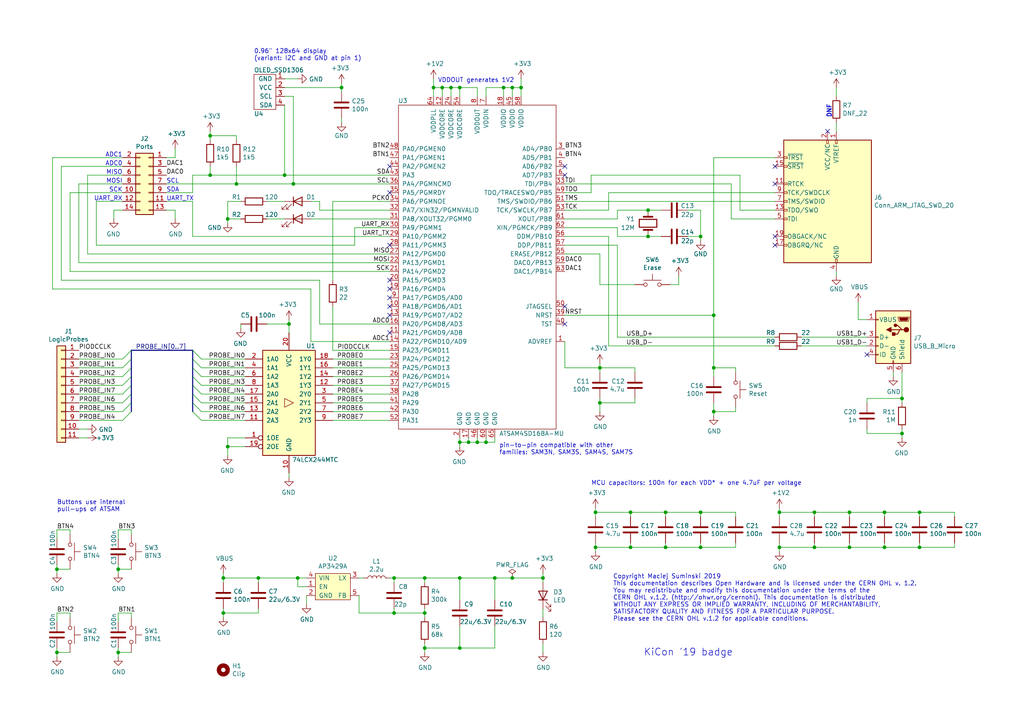
<source format=kicad_sch>
(kicad_sch (version 20230121) (generator eeschema)
  (paper "A4")
  (junction (at 256.54 148.59))
  (junction (at 125.73 25.4))
  (junction (at 128.27 25.4))
  (junction (at 133.35 187.96))
  (junction (at 68.58 53.34))
  (junction (at 85.09 53.34))
  (junction (at 172.72 148.59))
  (junction (at 261.62 125.73))
  (junction (at 148.59 25.4))
  (junction (at 16.51 189.23))
  (junction (at 173.99 106.68))
  (junction (at 123.19 187.96))
  (junction (at 133.35 128.27))
  (junction (at 82.55 50.8))
  (junction (at 226.06 148.59))
  (junction (at 203.2 158.75))
  (junction (at 135.89 128.27))
  (junction (at 187.96 60.96))
  (junction (at 83.82 93.98))
  (junction (at 138.43 128.27))
  (junction (at 123.19 177.8))
  (junction (at 203.2 148.59))
  (junction (at 66.04 63.5))
  (junction (at 261.62 115.57))
  (junction (at 34.29 165.1))
  (junction (at 64.77 167.64))
  (junction (at 266.7 158.75))
  (junction (at 60.96 39.37))
  (junction (at 187.96 68.58))
  (junction (at 60.96 50.8))
  (junction (at 236.22 148.59))
  (junction (at 34.29 189.23))
  (junction (at 246.38 158.75))
  (junction (at 266.7 148.59))
  (junction (at 74.93 167.64))
  (junction (at 226.06 158.75))
  (junction (at 172.72 158.75))
  (junction (at 246.38 148.59))
  (junction (at 203.2 68.58))
  (junction (at 140.97 128.27))
  (junction (at 207.01 91.44))
  (junction (at 256.54 158.75))
  (junction (at 151.13 25.4))
  (junction (at 66.04 129.54))
  (junction (at 123.19 167.64))
  (junction (at 130.81 25.4))
  (junction (at 236.22 158.75))
  (junction (at 64.77 177.8))
  (junction (at 157.48 167.64))
  (junction (at 182.88 148.59))
  (junction (at 114.3 167.64))
  (junction (at 133.35 167.64))
  (junction (at 148.59 167.64))
  (junction (at 182.88 158.75))
  (junction (at 193.04 148.59))
  (junction (at 207.01 106.68))
  (junction (at 114.3 177.8))
  (junction (at 146.05 25.4))
  (junction (at 173.99 116.84))
  (junction (at 207.01 119.38))
  (junction (at 86.36 167.64))
  (junction (at 133.35 25.4))
  (junction (at 193.04 158.75))
  (junction (at 99.06 25.4))
  (junction (at 143.51 167.64))
  (junction (at 16.51 165.1))
  (no_connect (at 113.03 86.36))
  (no_connect (at 163.83 50.8))
  (no_connect (at 113.03 81.28))
  (no_connect (at 224.79 68.58))
  (no_connect (at 224.79 53.34))
  (no_connect (at 113.03 48.26))
  (no_connect (at 113.03 88.9))
  (no_connect (at 113.03 91.44))
  (no_connect (at 113.03 71.12))
  (no_connect (at 163.83 93.98))
  (no_connect (at 113.03 83.82))
  (no_connect (at 113.03 96.52))
  (no_connect (at 240.03 38.1))
  (no_connect (at 163.83 88.9))
  (no_connect (at 113.03 55.88))
  (no_connect (at 163.83 48.26))
  (no_connect (at 224.79 48.26))
  (no_connect (at 251.46 102.87))
  (no_connect (at 224.79 71.12))
  (bus_entry (at 58.42 111.76) (size -2.54 -2.54))
  (bus_entry (at 35.56 106.68) (size 2.54 -2.54))
  (bus_entry (at 58.42 114.3) (size -2.54 -2.54))
  (bus_entry (at 35.56 111.76) (size 2.54 -2.54))
  (bus_entry (at 58.42 116.84) (size -2.54 -2.54))
  (bus_entry (at 35.56 121.92) (size 2.54 -2.54))
  (bus_entry (at 35.56 109.22) (size 2.54 -2.54))
  (bus_entry (at 35.56 104.14) (size 2.54 -2.54))
  (bus_entry (at 58.42 109.22) (size -2.54 -2.54))
  (bus_entry (at 58.42 104.14) (size -2.54 -2.54))
  (bus_entry (at 58.42 119.38) (size -2.54 -2.54))
  (bus_entry (at 35.56 116.84) (size 2.54 -2.54))
  (bus_entry (at 58.42 121.92) (size -2.54 -2.54))
  (bus_entry (at 35.56 114.3) (size 2.54 -2.54))
  (bus_entry (at 58.42 106.68) (size -2.54 -2.54))
  (bus_entry (at 35.56 119.38) (size 2.54 -2.54))
  (wire (pts (xy 83.82 92.71) (xy 83.82 93.98)))
  (wire (pts (xy 16.51 190.5) (xy 16.51 189.23)))
  (wire (pts (xy 248.92 87.63) (xy 248.92 92.71)))
  (wire (pts (xy 90.17 83.82) (xy 15.24 83.82)))
  (wire (pts (xy 90.17 99.06) (xy 90.17 83.82)))
  (wire (pts (xy 96.52 58.42) (xy 96.52 81.28)))
  (wire (pts (xy 182.88 157.48) (xy 182.88 158.75)))
  (wire (pts (xy 133.35 127) (xy 133.35 128.27)))
  (wire (pts (xy 173.99 115.57) (xy 173.99 116.84)))
  (wire (pts (xy 50.8 60.96) (xy 50.8 63.5)))
  (wire (pts (xy 77.47 93.98) (xy 83.82 93.98)))
  (wire (pts (xy 138.43 127) (xy 138.43 128.27)))
  (wire (pts (xy 172.72 147.32) (xy 172.72 148.59)))
  (wire (pts (xy 213.36 106.68) (xy 213.36 107.95)))
  (wire (pts (xy 22.86 109.22) (xy 35.56 109.22)))
  (wire (pts (xy 184.15 106.68) (xy 173.99 106.68)))
  (wire (pts (xy 15.24 83.82) (xy 15.24 45.72)))
  (wire (pts (xy 113.03 167.64) (xy 114.3 167.64)))
  (wire (pts (xy 146.05 25.4) (xy 146.05 27.94)))
  (wire (pts (xy 58.42 116.84) (xy 71.12 116.84)))
  (wire (pts (xy 88.9 170.18) (xy 86.36 170.18)))
  (wire (pts (xy 179.07 66.04) (xy 179.07 68.58)))
  (wire (pts (xy 256.54 148.59) (xy 266.7 148.59)))
  (wire (pts (xy 50.8 43.18) (xy 50.8 45.72)))
  (wire (pts (xy 123.19 187.96) (xy 133.35 187.96)))
  (wire (pts (xy 48.26 60.96) (xy 50.8 60.96)))
  (wire (pts (xy 86.36 22.86) (xy 82.55 22.86)))
  (wire (pts (xy 113.03 63.5) (xy 90.17 63.5)))
  (wire (pts (xy 203.2 148.59) (xy 203.2 149.86)))
  (wire (pts (xy 184.15 107.95) (xy 184.15 106.68)))
  (wire (pts (xy 148.59 25.4) (xy 148.59 27.94)))
  (wire (pts (xy 85.09 53.34) (xy 113.03 53.34)))
  (wire (pts (xy 34.29 166.37) (xy 34.29 165.1)))
  (wire (pts (xy 182.88 148.59) (xy 193.04 148.59)))
  (wire (pts (xy 246.38 157.48) (xy 246.38 158.75)))
  (wire (pts (xy 199.39 60.96) (xy 203.2 60.96)))
  (wire (pts (xy 133.35 27.94) (xy 133.35 25.4)))
  (wire (pts (xy 242.57 80.01) (xy 242.57 78.74)))
  (wire (pts (xy 203.2 148.59) (xy 213.36 148.59)))
  (wire (pts (xy 176.53 68.58) (xy 176.53 100.33)))
  (wire (pts (xy 20.32 153.67) (xy 20.32 154.94)))
  (wire (pts (xy 226.06 147.32) (xy 226.06 148.59)))
  (wire (pts (xy 96.52 114.3) (xy 113.03 114.3)))
  (wire (pts (xy 74.93 176.53) (xy 74.93 177.8)))
  (wire (pts (xy 213.36 158.75) (xy 203.2 158.75)))
  (wire (pts (xy 20.32 189.23) (xy 16.51 189.23)))
  (wire (pts (xy 123.19 187.96) (xy 123.19 189.23)))
  (wire (pts (xy 99.06 25.4) (xy 99.06 26.67)))
  (wire (pts (xy 199.39 68.58) (xy 203.2 68.58)))
  (wire (pts (xy 157.48 167.64) (xy 157.48 168.91)))
  (wire (pts (xy 226.06 148.59) (xy 236.22 148.59)))
  (wire (pts (xy 17.78 48.26) (xy 35.56 48.26)))
  (wire (pts (xy 151.13 25.4) (xy 151.13 27.94)))
  (wire (pts (xy 92.71 58.42) (xy 92.71 60.96)))
  (wire (pts (xy 232.41 97.79) (xy 251.46 97.79)))
  (wire (pts (xy 128.27 25.4) (xy 128.27 27.94)))
  (wire (pts (xy 179.07 63.5) (xy 179.07 60.96)))
  (wire (pts (xy 125.73 27.94) (xy 125.73 25.4)))
  (wire (pts (xy 203.2 60.96) (xy 203.2 68.58)))
  (wire (pts (xy 173.99 105.41) (xy 173.99 106.68)))
  (wire (pts (xy 173.99 106.68) (xy 173.99 107.95)))
  (wire (pts (xy 171.45 50.8) (xy 214.63 50.8)))
  (wire (pts (xy 27.94 58.42) (xy 35.56 58.42)))
  (wire (pts (xy 58.42 121.92) (xy 71.12 121.92)))
  (wire (pts (xy 96.52 111.76) (xy 113.03 111.76)))
  (wire (pts (xy 85.09 27.94) (xy 85.09 53.34)))
  (wire (pts (xy 71.12 114.3) (xy 58.42 114.3)))
  (wire (pts (xy 96.52 109.22) (xy 113.03 109.22)))
  (wire (pts (xy 163.83 53.34) (xy 212.09 53.34)))
  (wire (pts (xy 96.52 104.14) (xy 113.03 104.14)))
  (wire (pts (xy 99.06 34.29) (xy 99.06 35.56)))
  (wire (pts (xy 171.45 55.88) (xy 171.45 50.8)))
  (wire (pts (xy 86.36 167.64) (xy 88.9 167.64)))
  (wire (pts (xy 207.01 120.65) (xy 207.01 119.38)))
  (wire (pts (xy 16.51 165.1) (xy 20.32 165.1)))
  (bus (pts (xy 55.88 111.76) (xy 55.88 114.3)))
  (wire (pts (xy 69.85 63.5) (xy 66.04 63.5)))
  (wire (pts (xy 213.36 106.68) (xy 207.01 106.68)))
  (wire (pts (xy 226.06 157.48) (xy 226.06 158.75)))
  (wire (pts (xy 179.07 71.12) (xy 179.07 97.79)))
  (wire (pts (xy 133.35 187.96) (xy 143.51 187.96)))
  (wire (pts (xy 212.09 63.5) (xy 224.79 63.5)))
  (wire (pts (xy 16.51 156.21) (xy 16.51 153.67)))
  (wire (pts (xy 96.52 119.38) (xy 113.03 119.38)))
  (wire (pts (xy 74.93 168.91) (xy 74.93 167.64)))
  (wire (pts (xy 143.51 173.99) (xy 143.51 167.64)))
  (wire (pts (xy 246.38 148.59) (xy 246.38 149.86)))
  (wire (pts (xy 22.86 104.14) (xy 35.56 104.14)))
  (wire (pts (xy 179.07 97.79) (xy 224.79 97.79)))
  (wire (pts (xy 236.22 158.75) (xy 226.06 158.75)))
  (wire (pts (xy 148.59 25.4) (xy 151.13 25.4)))
  (wire (pts (xy 58.42 106.68) (xy 71.12 106.68)))
  (wire (pts (xy 22.86 53.34) (xy 35.56 53.34)))
  (wire (pts (xy 163.83 63.5) (xy 179.07 63.5)))
  (wire (pts (xy 38.1 177.8) (xy 38.1 179.07)))
  (wire (pts (xy 38.1 153.67) (xy 34.29 153.67)))
  (bus (pts (xy 38.1 101.6) (xy 55.88 101.6)))
  (wire (pts (xy 191.77 68.58) (xy 187.96 68.58)))
  (wire (pts (xy 34.29 165.1) (xy 38.1 165.1)))
  (wire (pts (xy 196.85 80.01) (xy 196.85 82.55)))
  (wire (pts (xy 133.35 167.64) (xy 123.19 167.64)))
  (wire (pts (xy 143.51 187.96) (xy 143.51 181.61)))
  (wire (pts (xy 20.32 177.8) (xy 20.32 179.07)))
  (wire (pts (xy 173.99 73.66) (xy 163.83 73.66)))
  (wire (pts (xy 74.93 177.8) (xy 64.77 177.8)))
  (wire (pts (xy 157.48 166.37) (xy 157.48 167.64)))
  (wire (pts (xy 105.41 167.64) (xy 104.14 167.64)))
  (wire (pts (xy 213.36 157.48) (xy 213.36 158.75)))
  (bus (pts (xy 38.1 101.6) (xy 38.1 104.14)))
  (wire (pts (xy 135.89 127) (xy 135.89 128.27)))
  (wire (pts (xy 157.48 176.53) (xy 157.48 179.07)))
  (wire (pts (xy 114.3 177.8) (xy 104.14 177.8)))
  (wire (pts (xy 96.52 106.68) (xy 113.03 106.68)))
  (wire (pts (xy 133.35 128.27) (xy 135.89 128.27)))
  (wire (pts (xy 113.03 50.8) (xy 82.55 50.8)))
  (wire (pts (xy 276.86 157.48) (xy 276.86 158.75)))
  (wire (pts (xy 140.97 127) (xy 140.97 128.27)))
  (wire (pts (xy 172.72 160.02) (xy 172.72 158.75)))
  (wire (pts (xy 102.87 66.04) (xy 102.87 71.12)))
  (wire (pts (xy 82.55 27.94) (xy 85.09 27.94)))
  (wire (pts (xy 163.83 91.44) (xy 207.01 91.44)))
  (wire (pts (xy 16.51 166.37) (xy 16.51 165.1)))
  (wire (pts (xy 266.7 148.59) (xy 276.86 148.59)))
  (wire (pts (xy 246.38 158.75) (xy 236.22 158.75)))
  (wire (pts (xy 259.08 107.95) (xy 259.08 109.22)))
  (wire (pts (xy 256.54 158.75) (xy 246.38 158.75)))
  (wire (pts (xy 226.06 149.86) (xy 226.06 148.59)))
  (wire (pts (xy 99.06 24.13) (xy 99.06 25.4)))
  (wire (pts (xy 20.32 153.67) (xy 16.51 153.67)))
  (wire (pts (xy 173.99 106.68) (xy 163.83 106.68)))
  (wire (pts (xy 114.3 176.53) (xy 114.3 177.8)))
  (wire (pts (xy 143.51 167.64) (xy 148.59 167.64)))
  (wire (pts (xy 172.72 149.86) (xy 172.72 148.59)))
  (wire (pts (xy 130.81 25.4) (xy 130.81 27.94)))
  (wire (pts (xy 125.73 25.4) (xy 128.27 25.4)))
  (wire (pts (xy 114.3 167.64) (xy 123.19 167.64)))
  (wire (pts (xy 25.4 50.8) (xy 25.4 73.66)))
  (wire (pts (xy 207.01 106.68) (xy 207.01 91.44)))
  (wire (pts (xy 163.83 68.58) (xy 176.53 68.58)))
  (wire (pts (xy 203.2 157.48) (xy 203.2 158.75)))
  (wire (pts (xy 96.52 58.42) (xy 113.03 58.42)))
  (wire (pts (xy 163.83 71.12) (xy 179.07 71.12)))
  (wire (pts (xy 261.62 127) (xy 261.62 125.73)))
  (wire (pts (xy 50.8 45.72) (xy 48.26 45.72)))
  (wire (pts (xy 182.88 158.75) (xy 172.72 158.75)))
  (bus (pts (xy 38.1 104.14) (xy 38.1 106.68)))
  (wire (pts (xy 66.04 129.54) (xy 66.04 132.08)))
  (wire (pts (xy 251.46 125.73) (xy 251.46 124.46)))
  (wire (pts (xy 213.36 148.59) (xy 213.36 149.86)))
  (wire (pts (xy 133.35 173.99) (xy 133.35 167.64)))
  (wire (pts (xy 25.4 127) (xy 22.86 127)))
  (wire (pts (xy 64.77 177.8) (xy 64.77 176.53)))
  (wire (pts (xy 55.88 50.8) (xy 60.96 50.8)))
  (wire (pts (xy 16.51 165.1) (xy 16.51 163.83)))
  (wire (pts (xy 184.15 82.55) (xy 173.99 82.55)))
  (wire (pts (xy 48.26 55.88) (xy 55.88 55.88)))
  (wire (pts (xy 60.96 39.37) (xy 60.96 40.64)))
  (wire (pts (xy 157.48 186.69) (xy 157.48 189.23)))
  (wire (pts (xy 96.52 121.92) (xy 113.03 121.92)))
  (bus (pts (xy 38.1 114.3) (xy 38.1 116.84)))
  (wire (pts (xy 113.03 93.98) (xy 92.71 93.98)))
  (wire (pts (xy 60.96 38.1) (xy 60.96 39.37)))
  (wire (pts (xy 213.36 119.38) (xy 207.01 119.38)))
  (wire (pts (xy 35.56 60.96) (xy 33.02 60.96)))
  (wire (pts (xy 242.57 25.4) (xy 242.57 27.94)))
  (wire (pts (xy 86.36 170.18) (xy 86.36 167.64)))
  (wire (pts (xy 33.02 60.96) (xy 33.02 63.5)))
  (wire (pts (xy 207.01 116.84) (xy 207.01 119.38)))
  (wire (pts (xy 232.41 100.33) (xy 251.46 100.33)))
  (wire (pts (xy 22.86 119.38) (xy 35.56 119.38)))
  (wire (pts (xy 163.83 55.88) (xy 171.45 55.88)))
  (wire (pts (xy 92.71 81.28) (xy 17.78 81.28)))
  (wire (pts (xy 71.12 104.14) (xy 58.42 104.14)))
  (wire (pts (xy 82.55 58.42) (xy 77.47 58.42)))
  (wire (pts (xy 22.86 114.3) (xy 35.56 114.3)))
  (wire (pts (xy 125.73 22.86) (xy 125.73 25.4)))
  (wire (pts (xy 35.56 121.92) (xy 22.86 121.92)))
  (wire (pts (xy 113.03 78.74) (xy 20.32 78.74)))
  (wire (pts (xy 193.04 148.59) (xy 203.2 148.59)))
  (wire (pts (xy 71.12 127) (xy 66.04 127)))
  (wire (pts (xy 66.04 58.42) (xy 66.04 63.5)))
  (wire (pts (xy 82.55 30.48) (xy 82.55 50.8)))
  (wire (pts (xy 60.96 48.26) (xy 60.96 50.8)))
  (wire (pts (xy 25.4 124.46) (xy 22.86 124.46)))
  (wire (pts (xy 55.88 55.88) (xy 55.88 50.8)))
  (wire (pts (xy 34.29 156.21) (xy 34.29 153.67)))
  (wire (pts (xy 172.72 158.75) (xy 172.72 157.48)))
  (wire (pts (xy 246.38 148.59) (xy 256.54 148.59)))
  (wire (pts (xy 16.51 189.23) (xy 16.51 187.96)))
  (wire (pts (xy 17.78 81.28) (xy 17.78 48.26)))
  (wire (pts (xy 184.15 116.84) (xy 184.15 115.57)))
  (wire (pts (xy 82.55 25.4) (xy 99.06 25.4)))
  (wire (pts (xy 140.97 25.4) (xy 146.05 25.4)))
  (wire (pts (xy 113.03 66.04) (xy 102.87 66.04)))
  (wire (pts (xy 135.89 128.27) (xy 138.43 128.27)))
  (wire (pts (xy 203.2 158.75) (xy 193.04 158.75)))
  (wire (pts (xy 68.58 53.34) (xy 68.58 48.26)))
  (wire (pts (xy 96.52 116.84) (xy 113.03 116.84)))
  (wire (pts (xy 248.92 92.71) (xy 251.46 92.71)))
  (wire (pts (xy 69.85 58.42) (xy 66.04 58.42)))
  (wire (pts (xy 179.07 68.58) (xy 187.96 68.58)))
  (bus (pts (xy 55.88 101.6) (xy 55.88 104.14)))
  (wire (pts (xy 114.3 168.91) (xy 114.3 167.64)))
  (wire (pts (xy 143.51 167.64) (xy 133.35 167.64)))
  (wire (pts (xy 261.62 125.73) (xy 251.46 125.73)))
  (wire (pts (xy 68.58 40.64) (xy 68.58 39.37)))
  (wire (pts (xy 146.05 25.4) (xy 148.59 25.4)))
  (wire (pts (xy 83.82 137.16) (xy 83.82 138.43)))
  (wire (pts (xy 71.12 109.22) (xy 58.42 109.22)))
  (wire (pts (xy 143.51 127) (xy 143.51 128.27)))
  (wire (pts (xy 66.04 127) (xy 66.04 129.54)))
  (wire (pts (xy 68.58 39.37) (xy 60.96 39.37)))
  (bus (pts (xy 55.88 106.68) (xy 55.88 109.22)))
  (bus (pts (xy 55.88 114.3) (xy 55.88 116.84)))
  (wire (pts (xy 133.35 25.4) (xy 138.43 25.4)))
  (wire (pts (xy 261.62 107.95) (xy 261.62 115.57)))
  (wire (pts (xy 261.62 115.57) (xy 261.62 116.84)))
  (wire (pts (xy 34.29 177.8) (xy 34.29 180.34)))
  (wire (pts (xy 266.7 148.59) (xy 266.7 149.86)))
  (wire (pts (xy 69.85 93.98) (xy 69.85 95.25)))
  (bus (pts (xy 38.1 111.76) (xy 38.1 114.3)))
  (wire (pts (xy 236.22 157.48) (xy 236.22 158.75)))
  (wire (pts (xy 90.17 58.42) (xy 92.71 58.42)))
  (wire (pts (xy 64.77 167.64) (xy 64.77 168.91)))
  (wire (pts (xy 35.56 106.68) (xy 22.86 106.68)))
  (wire (pts (xy 173.99 119.38) (xy 173.99 116.84)))
  (wire (pts (xy 88.9 172.72) (xy 88.9 175.26)))
  (wire (pts (xy 113.03 101.6) (xy 96.52 101.6)))
  (bus (pts (xy 38.1 116.84) (xy 38.1 119.38)))
  (wire (pts (xy 163.83 60.96) (xy 176.53 60.96)))
  (wire (pts (xy 143.51 128.27) (xy 140.97 128.27)))
  (wire (pts (xy 20.32 177.8) (xy 16.51 177.8)))
  (wire (pts (xy 113.03 76.2) (xy 22.86 76.2)))
  (bus (pts (xy 38.1 106.68) (xy 38.1 109.22)))
  (wire (pts (xy 207.01 45.72) (xy 207.01 91.44)))
  (wire (pts (xy 92.71 93.98) (xy 92.71 81.28)))
  (wire (pts (xy 203.2 68.58) (xy 203.2 69.85)))
  (wire (pts (xy 128.27 25.4) (xy 130.81 25.4)))
  (wire (pts (xy 236.22 148.59) (xy 246.38 148.59)))
  (wire (pts (xy 102.87 71.12) (xy 27.94 71.12)))
  (wire (pts (xy 193.04 157.48) (xy 193.04 158.75)))
  (wire (pts (xy 71.12 129.54) (xy 66.04 129.54)))
  (wire (pts (xy 34.29 190.5) (xy 34.29 189.23)))
  (wire (pts (xy 35.56 116.84) (xy 22.86 116.84)))
  (wire (pts (xy 182.88 148.59) (xy 182.88 149.86)))
  (wire (pts (xy 35.56 111.76) (xy 22.86 111.76)))
  (wire (pts (xy 34.29 165.1) (xy 34.29 163.83)))
  (wire (pts (xy 212.09 53.34) (xy 212.09 63.5)))
  (bus (pts (xy 55.88 109.22) (xy 55.88 111.76)))
  (wire (pts (xy 113.03 99.06) (xy 90.17 99.06)))
  (wire (pts (xy 173.99 116.84) (xy 184.15 116.84)))
  (wire (pts (xy 15.24 45.72) (xy 35.56 45.72)))
  (wire (pts (xy 133.35 128.27) (xy 133.35 129.54)))
  (wire (pts (xy 242.57 35.56) (xy 242.57 38.1)))
  (wire (pts (xy 251.46 115.57) (xy 261.62 115.57)))
  (wire (pts (xy 163.83 66.04) (xy 179.07 66.04)))
  (wire (pts (xy 214.63 60.96) (xy 224.79 60.96)))
  (wire (pts (xy 64.77 166.37) (xy 64.77 167.64)))
  (wire (pts (xy 25.4 50.8) (xy 35.56 50.8)))
  (wire (pts (xy 20.32 55.88) (xy 35.56 55.88)))
  (wire (pts (xy 151.13 25.4) (xy 151.13 22.86)))
  (wire (pts (xy 138.43 25.4) (xy 138.43 27.94)))
  (wire (pts (xy 60.96 50.8) (xy 82.55 50.8)))
  (wire (pts (xy 276.86 158.75) (xy 266.7 158.75)))
  (wire (pts (xy 82.55 63.5) (xy 77.47 63.5)))
  (wire (pts (xy 92.71 60.96) (xy 113.03 60.96)))
  (wire (pts (xy 193.04 148.59) (xy 193.04 149.86)))
  (bus (pts (xy 55.88 116.84) (xy 55.88 119.38)))
  (wire (pts (xy 55.88 58.42) (xy 48.26 58.42)))
  (wire (pts (xy 176.53 60.96) (xy 176.53 55.88)))
  (wire (pts (xy 138.43 128.27) (xy 140.97 128.27)))
  (wire (pts (xy 226.06 160.02) (xy 226.06 158.75)))
  (wire (pts (xy 86.36 167.64) (xy 74.93 167.64)))
  (wire (pts (xy 38.1 153.67) (xy 38.1 154.94)))
  (wire (pts (xy 196.85 82.55) (xy 194.31 82.55)))
  (wire (pts (xy 191.77 60.96) (xy 187.96 60.96)))
  (wire (pts (xy 157.48 167.64) (xy 148.59 167.64)))
  (wire (pts (xy 213.36 119.38) (xy 213.36 118.11)))
  (wire (pts (xy 261.62 124.46) (xy 261.62 125.73)))
  (wire (pts (xy 163.83 58.42) (xy 224.79 58.42)))
  (wire (pts (xy 172.72 148.59) (xy 182.88 148.59)))
  (wire (pts (xy 276.86 148.59) (xy 276.86 149.86)))
  (wire (pts (xy 133.35 187.96) (xy 133.35 181.61)))
  (wire (pts (xy 38.1 177.8) (xy 34.29 177.8)))
  (wire (pts (xy 236.22 148.59) (xy 236.22 149.86)))
  (wire (pts (xy 20.32 78.74) (xy 20.32 55.88)))
  (wire (pts (xy 256.54 157.48) (xy 256.54 158.75)))
  (wire (pts (xy 64.77 179.07) (xy 64.77 177.8)))
  (wire (pts (xy 58.42 111.76) (xy 71.12 111.76)))
  (wire (pts (xy 104.14 177.8) (xy 104.14 172.72)))
  (wire (pts (xy 74.93 167.64) (xy 64.77 167.64)))
  (wire (pts (xy 68.58 53.34) (xy 48.26 53.34)))
  (wire (pts (xy 266.7 158.75) (xy 256.54 158.75)))
  (wire (pts (xy 123.19 179.07) (xy 123.19 177.8)))
  (wire (pts (xy 176.53 55.88) (xy 224.79 55.88)))
  (wire (pts (xy 123.19 177.8) (xy 123.19 176.53)))
  (wire (pts (xy 251.46 116.84) (xy 251.46 115.57)))
  (wire (pts (xy 27.94 71.12) (xy 27.94 58.42)))
  (wire (pts (xy 96.52 101.6) (xy 96.52 88.9)))
  (wire (pts (xy 266.7 157.48) (xy 266.7 158.75)))
  (wire (pts (xy 123.19 186.69) (xy 123.19 187.96)))
  (wire (pts (xy 130.81 25.4) (xy 133.35 25.4)))
  (wire (pts (xy 25.4 73.66) (xy 113.03 73.66)))
  (wire (pts (xy 85.09 53.34) (xy 68.58 53.34)))
  (wire (pts (xy 38.1 189.23) (xy 34.29 189.23)))
  (wire (pts (xy 179.07 60.96) (xy 187.96 60.96)))
  (wire (pts (xy 22.86 76.2) (xy 22.86 53.34)))
  (bus (pts (xy 38.1 109.22) (xy 38.1 111.76)))
  (wire (pts (xy 256.54 148.59) (xy 256.54 149.86)))
  (wire (pts (xy 34.29 189.23) (xy 34.29 187.96)))
  (wire (pts (xy 173.99 82.55) (xy 173.99 73.66)))
  (wire (pts (xy 71.12 119.38) (xy 58.42 119.38)))
  (wire (pts (xy 55.88 68.58) (xy 113.03 68.58)))
  (wire (pts (xy 16.51 180.34) (xy 16.51 177.8)))
  (wire (pts (xy 140.97 25.4) (xy 140.97 27.94)))
  (wire (pts (xy 224.79 45.72) (xy 207.01 45.72)))
  (wire (pts (xy 123.19 177.8) (xy 114.3 177.8)))
  (wire (pts (xy 83.82 93.98) (xy 83.82 96.52)))
  (wire (pts (xy 163.83 106.68) (xy 163.83 99.06)))
  (wire (pts (xy 176.53 100.33) (xy 224.79 100.33)))
  (wire (pts (xy 207.01 106.68) (xy 207.01 109.22)))
  (wire (pts (xy 55.88 68.58) (xy 55.88 58.42)))
  (wire (pts (xy 214.63 50.8) (xy 214.63 60.96)))
  (wire (pts (xy 193.04 158.75) (xy 182.88 158.75)))
  (wire (pts (xy 66.04 63.5) (xy 66.04 64.77)))
  (wire (pts (xy 123.19 167.64) (xy 123.19 168.91)))
  (bus (pts (xy 55.88 104.14) (xy 55.88 106.68)))
  (text "MISO" (at 35.56 50.8 0) (effects (font (size 1.27 1.27)) (justify right bottom)))
  (text "MOSI" (at 35.56 53.34 0) (effects (font (size 1.27 1.27)) (justify right bottom)))
  (text "SCK" (at 35.56 55.88 0) (effects (font (size 1.27 1.27)) (justify right bottom)))
  (text "MCU capacitors: 100n for each VDD* + one 4.7uF per voltage" (at 171.45 140.97 0) (effects (font (size 1.27 1.27)) (justify left bottom)))
  (text "VDDOUT generates 1V2" (at 127 24.13 0) (effects (font (size 1.27 1.27)) (justify left bottom)))
  (text "Buttons use internal\npull-ups of ATSAM" (at 16.51 148.59 0) (effects (font (size 1.27 1.27)) (justify left bottom)))
  (text "UART_RX" (at 35.56 58.42 0) (effects (font (size 1.27 1.27)) (justify right bottom)))
  (text "ADC0" (at 35.56 48.26 0) (effects (font (size 1.27 1.27)) (justify right bottom)))
  (text "pin-to-pin compatible with other\nfamilies: SAM3N, SAM3S, SAM4S, SAM7S" (at 144.78 132.08 0) (effects (font (size 1.27 1.27)) (justify left bottom)))
  (text "SDA" (at 48.26 55.88 0) (effects (font (size 1.27 1.27)) (justify left bottom)))
  (text "UART_TX" (at 48.26 58.42 0) (effects (font (size 1.27 1.27)) (justify left bottom)))
  (text "0.96\" 128x64 display\n(variant: I2C and GND at pin 1)" (at 73.66 17.78 0) (effects (font (size 1.27 1.27)) (justify left bottom)))
  (text "Copyright Maciej Suminski 2019\nThis documentation describes Open Hardware and is licensed under the CERN OHL v. 1.2.\nYou may redistribute and modify this documentation under the terms of the\nCERN OHL v.1.2. (http://ohwr.org/cernohl). This documentation is distributed\nWITHOUT ANY EXPRESS OR IMPLIED WARRANTY, INCLUDING OF MERCHANTABILITY,\nSATISFACTORY QUALITY AND FITNESS FOR A PARTICULAR PURPOSE.\nPlease see the CERN OHL v.1.2 for applicable conditions." (at 177.8 180.34 0) (effects (font (size 1.27 1.27)) (justify left bottom)))
  (text "SCL" (at 48.26 53.34 0) (effects (font (size 1.27 1.27)) (justify left bottom)))
  (text "ADC1" (at 35.56 45.72 0) (effects (font (size 1.27 1.27)) (justify right bottom)))
  (text "DNF" (at 241.3 34.29 90) (effects (font (size 1.27 1.27) (thickness 0.254) bold) (justify left bottom)))
  (text "KiCon '19 badge" (at 186.69 190.5 0) (effects (font (size 2.032 2.032)) (justify left bottom)))
  (label "PROBE1" (at 105.41 106.68 180))
  (label "PROBE_IN4" (at 71.12 114.3 180))
  (label "PROBE_IN3" (at 22.86 111.76 0))
  (label "PROBE7" (at 105.41 121.92 180))
  (label "PROBE_IN5" (at 71.12 116.84 180))
  (label "BTN2" (at 16.51 177.8 0))
  (label "PROBE_IN6" (at 22.86 116.84 0))
  (label "PROBE_IN2" (at 22.86 109.22 0))
  (label "BTN3" (at 34.29 153.67 0))
  (label "BTN4" (at 16.51 153.67 0))
  (label "BTN4" (at 163.83 45.72 0))
  (label "DAC0" (at 48.26 50.8 0))
  (label "SDA" (at 113.03 50.8 180))
  (label "DAC0" (at 163.83 76.2 0))
  (label "PROBE0" (at 105.41 104.14 180))
  (label "PROBE_IN1" (at 22.86 106.68 0))
  (label "PROBE6" (at 105.41 119.38 180))
  (label "MOSI" (at 113.03 76.2 180))
  (label "ADC1" (at 113.03 99.06 180))
  (label "PROBE_IN2" (at 71.12 109.22 180))
  (label "PROBE_IN4" (at 22.86 121.92 0))
  (label "PROBE3" (at 105.41 111.76 180))
  (label "USB1_D-" (at 242.57 100.33 0))
  (label "PCK0" (at 113.03 58.42 180))
  (label "PROBE_IN1" (at 71.12 106.68 180))
  (label "PROBE4" (at 105.41 114.3 180))
  (label "PROBE_IN7" (at 71.12 121.92 180))
  (label "PROBE_IN5" (at 22.86 119.38 0))
  (label "PROBE_IN0" (at 22.86 104.14 0))
  (label "UART_TX" (at 113.03 68.58 180))
  (label "DAC1" (at 163.83 78.74 0))
  (label "BTN1" (at 113.03 45.72 180))
  (label "BTN3" (at 163.83 43.18 0))
  (label "TCK" (at 163.83 60.96 0))
  (label "PROBE_IN7" (at 22.86 114.3 0))
  (label "UART_RX" (at 113.03 66.04 180))
  (label "PIODCCLK" (at 22.86 101.6 0))
  (label "NRST" (at 163.83 91.44 0))
  (label "TDI" (at 163.83 53.34 0))
  (label "ADC0" (at 113.03 93.98 180))
  (label "PROBE2" (at 105.41 109.22 180))
  (label "PROBE5" (at 105.41 116.84 180))
  (label "PROBE_IN[0..7]" (at 39.37 101.6 0))
  (label "USB_D-" (at 181.61 100.33 0))
  (label "DAC1" (at 48.26 48.26 0))
  (label "PROBE_IN6" (at 71.12 119.38 180))
  (label "USB_D+" (at 181.61 97.79 0))
  (label "BTN2" (at 113.03 43.18 180))
  (label "PROBE_IN0" (at 71.12 104.14 180))
  (label "USB1_D+" (at 242.57 97.79 0))
  (label "BTN1" (at 34.29 177.8 0))
  (label "PIODCCLK" (at 97.79 101.6 0))
  (label "SCL" (at 113.03 53.34 180))
  (label "TDO" (at 163.83 55.88 0))
  (label "PROBE_IN3" (at 71.12 111.76 180))
  (label "SCK" (at 113.03 78.74 180))
  (label "TMS" (at 163.83 58.42 0))
  (label "MISO" (at 113.03 73.66 180))
  (symbol (lib_id "kicon19-badge-rescue:USB_B_Micro-Connector") (at 259.08 97.79 0) (mirror y) (unit 1)
    (property "Reference" "J7" (at 264.922 98.0694 0) (effects (justify right)))
    (property "Value" "USB_B_Micro" (at 264.922 100.3808 0) (effects (justify right)))
    (property "Footprint" "kicon_badge:10118193-0001LF" (effects hide))
    (property "Distrib1" "Digi-Key" (effects hide))
    (property "Distrib1Part" "609-4616-1-ND" (effects hide))
    (property "Distrib1Price" "0.3275" (effects hide))
    (property "Distrib2" "Mouser" (effects hide))
    (property "Distrib2Part" "649-10118193-0001LF" (effects hide))
    (property "Distrib2Price" "0.256" (effects hide))
  )
  (symbol (lib_id "Device:Crystal") (at 187.96 64.77 90) (mirror x) (unit 1)
    (property "Reference" "Y1" (at 184.15 63.5 90) (effects (justify left)))
    (property "Value" "12M" (at 184.15 66.04 90) (effects (justify left)))
    (property "Footprint" "Crystal:Crystal_SMD_HC49-SD" (effects hide))
    (property "Distrib1" "Digi-Key" (effects hide))
    (property "Distrib1Price" "0.2178" (effects hide))
    (property "Distrib1Part" "XC2080CT-ND" (effects hide))
  )
  (symbol (lib_id "Device:C") (at 195.58 60.96 90) (mirror x) (unit 1)
    (property "Reference" "C13" (at 199.39 59.69 90))
    (property "Value" "22p" (at 199.39 62.23 90))
    (property "Footprint" "Capacitor_SMD:C_0603_1608Metric" (effects hide))
    (property "Distrib1" "Digi-Key" (effects hide))
    (property "Distrib1Part" "1276-2228-1-ND" (effects hide))
    (property "Distrib1Price" "0.0223" (effects hide))
    (property "Distrib2" "Mouser" (effects hide))
    (property "Distrib2Part" "77-VJ0603A220JXAPBC" (effects hide))
    (property "Distrib2Price" "0.013" (effects hide))
  )
  (symbol (lib_id "Device:C") (at 195.58 68.58 90) (mirror x) (unit 1)
    (property "Reference" "C14" (at 199.39 67.31 90))
    (property "Value" "22p" (at 199.39 69.85 90))
    (property "Footprint" "Capacitor_SMD:C_0603_1608Metric" (effects hide))
    (property "Distrib1" "Digi-Key" (effects hide))
    (property "Distrib1Part" "1276-2228-1-ND" (effects hide))
    (property "Distrib1Price" "0.0223" (effects hide))
    (property "Distrib2" "Mouser" (effects hide))
    (property "Distrib2Part" "77-VJ0603A220JXAPBC" (effects hide))
    (property "Distrib2Price" "0.013" (effects hide))
  )
  (symbol (lib_id "power:GND") (at 203.2 69.85 0) (unit 1)
    (property "Reference" "#PWR028" (effects hide))
    (property "Value" "GND" (at 203.2 73.66 0))
  )
  (symbol (lib_id "Device:LED") (at 86.36 58.42 0) (unit 1)
    (property "Reference" "D1" (at 90.17 57.15 0))
    (property "Value" "LED" (effects hide))
    (property "Footprint" "LED_SMD:LED_0805_2012Metric" (effects hide))
    (property "Distrib1" "Digi-Key" (effects hide))
    (property "Distrib1Part" "732-4986-1-ND" (effects hide))
    (property "Distrib1Price" "0.1492" (effects hide))
    (property "Distrib2" "Mouser" (effects hide))
    (property "Distrib2Part" "859-LTST-S220KGKT" (effects hide))
    (property "Distrib2Price" "0.058" (effects hide))
  )
  (symbol (lib_id "Device:LED") (at 86.36 63.5 0) (unit 1)
    (property "Reference" "D2" (at 90.17 62.23 0))
    (property "Value" "LED" (effects hide))
    (property "Footprint" "LED_SMD:LED_0805_2012Metric" (effects hide))
    (property "Distrib1" "Digi-Key" (effects hide))
    (property "Distrib1Part" "732-4986-1-ND" (effects hide))
    (property "Distrib1Price" "0.1492" (effects hide))
    (property "Distrib2" "Mouser" (effects hide))
    (property "Distrib2Part" "859-LTST-S220KGKT" (effects hide))
    (property "Distrib2Price" "0.058" (effects hide))
  )
  (symbol (lib_id "Device:R") (at 73.66 58.42 270) (unit 1)
    (property "Reference" "R1" (at 68.58 57.15 90))
    (property "Value" "120" (at 78.74 57.15 90))
    (property "Footprint" "Resistor_SMD:R_0603_1608Metric" (effects hide))
    (property "Distrib1" "Digi-Key" (effects hide))
    (property "Distrib1Part" "A129677CT-ND" (effects hide))
    (property "Distrib1Price" "0.0121" (effects hide))
  )
  (symbol (lib_id "Device:R") (at 73.66 63.5 270) (unit 1)
    (property "Reference" "R2" (at 68.58 62.23 90))
    (property "Value" "120" (at 78.74 62.23 90))
    (property "Footprint" "Resistor_SMD:R_0603_1608Metric" (effects hide))
    (property "Distrib1" "Digi-Key" (effects hide))
    (property "Distrib1Part" "A129677CT-ND" (effects hide))
    (property "Distrib1Price" "0.0121" (effects hide))
  )
  (symbol (lib_id "power:GND") (at 66.04 64.77 0) (unit 1)
    (property "Reference" "#PWR012" (effects hide))
    (property "Value" "GND" (at 62.23 66.04 0))
  )
  (symbol (lib_id "power:VBUS") (at 248.92 87.63 0) (unit 1)
    (property "Reference" "#PWR032" (effects hide))
    (property "Value" "VBUS" (at 249.301 83.2358 0))
  )
  (symbol (lib_id "power:GND") (at 259.08 109.22 0) (unit 1)
    (property "Reference" "#PWR035" (effects hide))
    (property "Value" "GND" (at 259.207 113.6142 0))
  )
  (symbol (lib_id "Device:R") (at 261.62 120.65 0) (mirror x) (unit 1)
    (property "Reference" "R11" (at 259.842 119.4816 0) (effects (justify right)))
    (property "Value" "1M" (at 259.842 121.793 0) (effects (justify right)))
    (property "Footprint" "Resistor_SMD:R_0603_1608Metric" (effects hide))
    (property "Distrib1" "Digi-Key" (effects hide))
    (property "Distrib1Part" "RMCF0603JT1M00CT-ND" (effects hide))
    (property "Distrib1Price" "0.0064" (effects hide))
    (property "Distrib2" "Mouser" (effects hide))
    (property "Distrib2Part" "652-CR0603-JW-105ELF" (effects hide))
    (property "Distrib2Price" "0.004" (effects hide))
  )
  (symbol (lib_id "Device:C") (at 251.46 120.65 0) (mirror y) (unit 1)
    (property "Reference" "C20" (at 248.539 119.4816 0) (effects (justify left)))
    (property "Value" "1n" (at 248.539 121.793 0) (effects (justify left)))
    (property "Footprint" "Capacitor_SMD:C_0603_1608Metric" (effects hide))
    (property "Distrib1Part" "1276-1131-1-ND" (effects hide))
    (property "Distrib1Price" "0.013" (effects hide))
    (property "Distrib1" "Digi-Key" (effects hide))
    (property "Distrib2" "Farnell" (effects hide))
    (property "Distrib2Part" "2320801" (effects hide))
    (property "Distrib2Price" "0.026" (effects hide))
  )
  (symbol (lib_id "power:GND") (at 261.62 127 0) (mirror y) (unit 1)
    (property "Reference" "#PWR036" (effects hide))
    (property "Value" "GND" (at 261.493 131.3942 0))
  )
  (symbol (lib_id "power:PWR_FLAG") (at 148.59 167.64 0) (unit 1)
    (property "Reference" "#FLG01" (effects hide))
    (property "Value" "PWR_FLAG" (at 148.59 163.83 0))
  )
  (symbol (lib_id "Device:C") (at 182.88 153.67 0) (unit 1)
    (property "Reference" "C17" (at 185.801 152.5016 0) (effects (justify left)))
    (property "Value" "100n" (at 185.801 154.813 0) (effects (justify left)))
    (property "Footprint" "Capacitor_SMD:C_0603_1608Metric" (effects hide))
    (property "Distrib1" "Digi-Key" (effects hide))
    (property "Distrib1Part" "311-1344-1-ND" (effects hide))
    (property "Distrib1Price" "0.0343" (effects hide))
  )
  (symbol (lib_id "Device:C") (at 193.04 153.67 0) (unit 1)
    (property "Reference" "C18" (at 195.961 152.5016 0) (effects (justify left)))
    (property "Value" "100n" (at 195.961 154.813 0) (effects (justify left)))
    (property "Footprint" "Capacitor_SMD:C_0603_1608Metric" (effects hide))
    (property "Distrib1" "Digi-Key" (effects hide))
    (property "Distrib1Part" "311-1344-1-ND" (effects hide))
    (property "Distrib1Price" "0.0343" (effects hide))
  )
  (symbol (lib_id "Device:C") (at 203.2 153.67 0) (unit 1)
    (property "Reference" "C19" (at 206.121 152.5016 0) (effects (justify left)))
    (property "Value" "100n" (at 206.121 154.813 0) (effects (justify left)))
    (property "Footprint" "Capacitor_SMD:C_0603_1608Metric" (effects hide))
    (property "Distrib1" "Digi-Key" (effects hide))
    (property "Distrib1Part" "311-1344-1-ND" (effects hide))
    (property "Distrib1Price" "0.0343" (effects hide))
  )
  (symbol (lib_id "Device:C") (at 213.36 153.67 0) (unit 1)
    (property "Reference" "C21" (at 216.281 152.5016 0) (effects (justify left)))
    (property "Value" "100n" (at 216.281 154.813 0) (effects (justify left)))
    (property "Footprint" "Capacitor_SMD:C_0603_1608Metric" (effects hide))
    (property "Distrib1" "Digi-Key" (effects hide))
    (property "Distrib1Part" "311-1344-1-ND" (effects hide))
    (property "Distrib1Price" "0.0343" (effects hide))
  )
  (symbol (lib_id "power:+3V3") (at 172.72 147.32 0) (unit 1)
    (property "Reference" "#PWR029" (effects hide))
    (property "Value" "+3V3" (at 173.101 142.9258 0))
  )
  (symbol (lib_id "power:GND") (at 172.72 160.02 0) (unit 1)
    (property "Reference" "#PWR030" (effects hide))
    (property "Value" "GND" (at 172.847 164.4142 0))
  )
  (symbol (lib_id "Device:LED") (at 157.48 172.72 90) (unit 1)
    (property "Reference" "D3" (at 160.4518 171.7294 90) (effects (justify right)))
    (property "Value" "LED" (at 160.4518 174.0408 90) (effects (justify right)))
    (property "Footprint" "LED_SMD:LED_0805_2012Metric" (effects hide))
    (property "Distrib1" "Digi-Key" (effects hide))
    (property "Distrib1Part" "732-4986-1-ND" (effects hide))
    (property "Distrib1Price" "0.1492" (effects hide))
    (property "Distrib2" "Mouser" (effects hide))
    (property "Distrib2Part" "859-LTST-S220KGKT" (effects hide))
    (property "Distrib2Price" "0.058" (effects hide))
  )
  (symbol (lib_id "Device:R") (at 157.48 182.88 0) (unit 1)
    (property "Reference" "R6" (at 159.258 181.7116 0) (effects (justify left)))
    (property "Value" "120" (at 159.258 184.023 0) (effects (justify left)))
    (property "Footprint" "Resistor_SMD:R_0603_1608Metric" (effects hide))
    (property "Distrib1" "Digi-Key" (effects hide))
    (property "Distrib1Part" "A129677CT-ND" (effects hide))
    (property "Distrib1Price" "0.0121" (effects hide))
  )
  (symbol (lib_id "Switch:SW_Push") (at 38.1 184.15 270) (mirror x) (unit 1)
    (property "Reference" "SW1" (at 41.8592 182.9816 90) (effects (justify left)))
    (property "Value" "BTN1" (at 41.8592 185.293 90) (effects (justify left)))
    (property "Footprint" "Button_Switch_SMD:SW_SPST_PTS645" (effects hide))
    (property "Distrib1" "Digi-Key" (effects hide))
    (property "Distrib1Part" "CKN9088CT-ND" (effects hide))
    (property "Distrib1Price" "0.1457" (effects hide))
    (property "Distrib2" "Farnell" (effects hide))
    (property "Distrib2Part" "2320087" (effects hide))
    (property "Distrib2Price" "0.107" (effects hide))
  )
  (symbol (lib_id "Device:C") (at 34.29 184.15 180) (unit 1)
    (property "Reference" "C1" (at 33.02 186.69 90))
    (property "Value" "100n" (at 33.02 180.34 90))
    (property "Footprint" "Capacitor_SMD:C_0603_1608Metric" (effects hide))
    (property "Distrib1" "Digi-Key" (effects hide))
    (property "Distrib1Part" "311-1344-1-ND" (effects hide))
    (property "Distrib1Price" "0.0343" (effects hide))
  )
  (symbol (lib_id "power:GND") (at 34.29 190.5 0) (unit 1)
    (property "Reference" "#PWR010" (effects hide))
    (property "Value" "GND" (at 34.417 194.8942 0))
  )
  (symbol (lib_id "kicon_badge:ATSAM4SD16BA-MU") (at 138.43 76.2 0) (unit 1)
    (property "Reference" "U3" (at 116.84 29.21 0))
    (property "Value" "ATSAM4SD16BA-MU" (at 144.78 125.73 0) (effects (justify left)))
    (property "Footprint" "Package_DFN_QFN:QFN-64-1EP_9x9mm_P0.5mm_EP7.25x7.25mm" (effects hide))
    (property "Datasheet" "http://ww1.microchip.com/downloads/en/DeviceDoc/Atmel-11100-32-bit%20Cortex-M4-Microcontroller-SAM4S_Datasheet.pdf" (effects hide))
    (property "Distrib1" "Digi-Key" (effects hide))
    (property "Distrib1Part" "1611-ATSAM4SD16BA-MURCT-ND" (effects hide))
    (property "Distrib1Price" "2.62" (effects hide))
  )
  (symbol (lib_id "Connector:Conn_ARM_JTAG_SWD_20") (at 240.03 58.42 0) (mirror y) (unit 1)
    (property "Reference" "J6" (at 253.492 57.2516 0) (effects (justify right)))
    (property "Value" "Conn_ARM_JTAG_SWD_20" (at 253.492 59.563 0) (effects (justify right)))
    (property "Footprint" "Connector_IDC:IDC-Header_2x10_P2.54mm_Vertical" (effects hide))
    (property "Datasheet" "http://infocenter.arm.com/help/topic/com.arm.doc.dui0499b/DUI0499B_system_design_reference.pdf" (effects hide))
    (property "Distrib1" "Digi-Key" (effects hide))
    (property "Distrib1Part" "ED10524-ND" (effects hide))
    (property "Distrib1Price" "0.33281" (effects hide))
  )
  (symbol (lib_id "power:GND") (at 157.48 189.23 0) (unit 1)
    (property "Reference" "#PWR025" (effects hide))
    (property "Value" "GND" (at 157.607 193.6242 0))
  )
  (symbol (lib_id "power:GND") (at 64.77 179.07 0) (unit 1)
    (property "Reference" "#PWR017" (effects hide))
    (property "Value" "GND" (at 64.897 183.4642 0))
  )
  (symbol (lib_id "Device:C") (at 74.93 172.72 0) (unit 1)
    (property "Reference" "C7" (at 77.851 171.5516 0) (effects (justify left)))
    (property "Value" "22u/6.3V" (at 77.851 173.863 0) (effects (justify left)))
    (property "Footprint" "Capacitor_SMD:C_0805_2012Metric" (effects hide))
    (property "Distrib1" "Digi-Key" (effects hide))
    (property "Distrib1Part" "1276-6687-1-ND" (effects hide))
    (property "Distrib1Price" "0.061" (effects hide))
    (property "Distrib2" "Digi-Key" (effects hide))
    (property "Distrib2Part" "1276-1100-1-ND" (effects hide))
    (property "Distrib2Price" "0.067" (effects hide))
  )
  (symbol (lib_id "power:GND") (at 88.9 175.26 0) (unit 1)
    (property "Reference" "#PWR018" (effects hide))
    (property "Value" "GND" (at 89.027 179.6542 0))
  )
  (symbol (lib_id "Device:L") (at 109.22 167.64 90) (unit 1)
    (property "Reference" "L1" (at 109.22 162.814 90))
    (property "Value" "2.2u" (at 109.22 165.1254 90))
    (property "Footprint" "Inductor_SMD:L_1007_2518Metric" (effects hide))
    (property "MFN" "LBR2518T2R2M" (effects hide))
    (property "Distrib1" "Digi-Key" (effects hide))
    (property "Distrib1Part" "587-2050-1-ND" (effects hide))
    (property "Distrib1Price" "0.0966" (effects hide))
    (property "Distrib2" "Mouser" (effects hide))
    (property "Distrib2Part" "LBR2518T2R2M" (effects hide))
    (property "Distrib2Price" "0.068" (effects hide))
  )
  (symbol (lib_id "Device:C") (at 143.51 177.8 0) (unit 1)
    (property "Reference" "C10" (at 144.78 175.26 0) (effects (justify left)))
    (property "Value" "22u/6.3V" (at 143.51 180.34 0) (effects (justify left)))
    (property "Footprint" "Capacitor_SMD:C_0805_2012Metric" (effects hide))
    (property "Distrib1" "Digi-Key" (effects hide))
    (property "Distrib1Part" "1276-6687-1-ND" (effects hide))
    (property "Distrib1Price" "0.061" (effects hide))
    (property "Distrib2" "Digi-Key" (effects hide))
    (property "Distrib2Part" "1276-1100-1-ND" (effects hide))
    (property "Distrib2Price" "0.067" (effects hide))
  )
  (symbol (lib_id "Device:C") (at 114.3 172.72 0) (unit 1)
    (property "Reference" "C8" (at 115.57 170.18 0) (effects (justify left)))
    (property "Value" "22p" (at 114.3 175.26 0) (effects (justify left)))
    (property "Footprint" "Capacitor_SMD:C_0603_1608Metric" (effects hide))
    (property "Distrib1" "Digi-Key" (effects hide))
    (property "Distrib1Part" "1276-2228-1-ND" (effects hide))
    (property "Distrib1Price" "0.0223" (effects hide))
    (property "Distrib2" "Mouser" (effects hide))
    (property "Distrib2Part" "77-VJ0603A220JXAPBC" (effects hide))
    (property "Distrib2Price" "0.013" (effects hide))
  )
  (symbol (lib_id "power:+3V3") (at 157.48 166.37 0) (unit 1)
    (property "Reference" "#PWR024" (effects hide))
    (property "Value" "+3V3" (at 157.861 161.9758 0))
  )
  (symbol (lib_id "Mechanical:MountingHole") (at 64.77 194.31 0) (unit 1)
    (property "Reference" "H1" (at 67.31 193.1416 0) (effects (justify left)))
    (property "Value" "Clip" (at 67.31 195.453 0) (effects (justify left)))
    (property "Footprint" "kicon_badge:ClipHole" (effects hide))
  )
  (symbol (lib_id "Device:C") (at 236.22 153.67 0) (unit 1)
    (property "Reference" "C22" (at 239.141 152.5016 0) (effects (justify left)))
    (property "Value" "100n" (at 239.141 154.813 0) (effects (justify left)))
    (property "Footprint" "Capacitor_SMD:C_0603_1608Metric" (effects hide))
    (property "Distrib1" "Digi-Key" (effects hide))
    (property "Distrib1Part" "311-1344-1-ND" (effects hide))
    (property "Distrib1Price" "0.0343" (effects hide))
  )
  (symbol (lib_id "power:+3V3") (at 242.57 25.4 0) (unit 1)
    (property "Reference" "#PWR033" (effects hide))
    (property "Value" "+3V3" (at 242.951 21.0058 0))
  )
  (symbol (lib_id "Device:C") (at 246.38 153.67 0) (unit 1)
    (property "Reference" "C23" (at 249.301 152.5016 0) (effects (justify left)))
    (property "Value" "100n" (at 249.301 154.813 0) (effects (justify left)))
    (property "Footprint" "Capacitor_SMD:C_0603_1608Metric" (effects hide))
    (property "Distrib1" "Digi-Key" (effects hide))
    (property "Distrib1Part" "311-1344-1-ND" (effects hide))
    (property "Distrib1Price" "0.0343" (effects hide))
  )
  (symbol (lib_id "Device:C") (at 256.54 153.67 0) (unit 1)
    (property "Reference" "C24" (at 259.461 152.5016 0) (effects (justify left)))
    (property "Value" "100n" (at 259.461 154.813 0) (effects (justify left)))
    (property "Footprint" "Capacitor_SMD:C_0603_1608Metric" (effects hide))
    (property "Distrib1" "Digi-Key" (effects hide))
    (property "Distrib1Part" "311-1344-1-ND" (effects hide))
    (property "Distrib1Price" "0.0343" (effects hide))
  )
  (symbol (lib_id "Device:C") (at 266.7 153.67 0) (unit 1)
    (property "Reference" "C26" (at 269.621 152.5016 0) (effects (justify left)))
    (property "Value" "100n" (at 269.621 154.813 0) (effects (justify left)))
    (property "Footprint" "Capacitor_SMD:C_0603_1608Metric" (effects hide))
    (property "Distrib1" "Digi-Key" (effects hide))
    (property "Distrib1Part" "311-1344-1-ND" (effects hide))
    (property "Distrib1Price" "0.0343" (effects hide))
  )
  (symbol (lib_id "Device:C") (at 276.86 153.67 0) (unit 1)
    (property "Reference" "C27" (at 279.781 152.5016 0) (effects (justify left)))
    (property "Value" "100n" (at 279.781 154.813 0) (effects (justify left)))
    (property "Footprint" "Capacitor_SMD:C_0603_1608Metric" (effects hide))
    (property "Distrib1" "Digi-Key" (effects hide))
    (property "Distrib1Part" "311-1344-1-ND" (effects hide))
    (property "Distrib1Price" "0.0343" (effects hide))
  )
  (symbol (lib_id "Device:C") (at 99.06 30.48 0) (unit 1)
    (property "Reference" "C25" (at 101.981 29.3116 0) (effects (justify left)))
    (property "Value" "100n" (at 101.981 31.623 0) (effects (justify left)))
    (property "Footprint" "Capacitor_SMD:C_0603_1608Metric" (effects hide))
    (property "Distrib1" "Digi-Key" (effects hide))
    (property "Distrib1Part" "311-1344-1-ND" (effects hide))
    (property "Distrib1Price" "0.0343" (effects hide))
  )
  (symbol (lib_id "power:GND") (at 242.57 80.01 0) (unit 1)
    (property "Reference" "#PWR034" (effects hide))
    (property "Value" "GND" (at 242.57 83.82 0))
  )
  (symbol (lib_id "power:GND") (at 99.06 35.56 0) (mirror y) (unit 1)
    (property "Reference" "#PWR038" (effects hide))
    (property "Value" "GND" (at 99.06 39.37 0))
  )
  (symbol (lib_id "power:+3V3") (at 99.06 24.13 0) (mirror y) (unit 1)
    (property "Reference" "#PWR037" (effects hide))
    (property "Value" "+3V3" (at 98.679 19.7358 0))
  )
  (symbol (lib_id "power:GND") (at 86.36 22.86 90) (mirror x) (unit 1)
    (property "Reference" "#PWR039" (effects hide))
    (property "Value" "GND" (at 89.6112 22.987 90) (effects (justify right)))
  )
  (symbol (lib_id "Switch:SW_Push") (at 213.36 113.03 270) (mirror x) (unit 1)
    (property "Reference" "SW5" (at 217.1192 111.8616 90) (effects (justify left)))
    (property "Value" "Reset" (at 217.1192 114.173 90) (effects (justify left)))
    (property "Footprint" "Button_Switch_SMD:SW_SPST_PTS645" (effects hide))
    (property "Distrib1" "Digi-Key" (effects hide))
    (property "Distrib1Part" "CKN9088CT-ND" (effects hide))
    (property "Distrib1Price" "0.1457" (effects hide))
    (property "Distrib2" "Farnell" (effects hide))
    (property "Distrib2Part" "2320087" (effects hide))
    (property "Distrib2Price" "0.107" (effects hide))
  )
  (symbol (lib_id "Device:C") (at 207.01 113.03 180) (unit 1)
    (property "Reference" "C16" (at 204.089 111.8616 0) (effects (justify left)))
    (property "Value" "100n" (at 204.089 114.173 0) (effects (justify left)))
    (property "Footprint" "Capacitor_SMD:C_0603_1608Metric" (effects hide))
    (property "Distrib1" "Digi-Key" (effects hide))
    (property "Distrib1Part" "311-1344-1-ND" (effects hide))
    (property "Distrib1Price" "0.0343" (effects hide))
  )
  (symbol (lib_id "power:GND") (at 207.01 120.65 0) (unit 1)
    (property "Reference" "#PWR027" (effects hide))
    (property "Value" "GND" (at 207.137 125.0442 0))
  )
  (symbol (lib_id "Device:C") (at 173.99 111.76 0) (mirror y) (unit 1)
    (property "Reference" "C11" (at 171.069 110.5916 0) (effects (justify left)))
    (property "Value" "100n" (at 171.069 112.903 0) (effects (justify left)))
    (property "Footprint" "Capacitor_SMD:C_0603_1608Metric" (effects hide))
    (property "Distrib1" "Digi-Key" (effects hide))
    (property "Distrib1Part" "311-1344-1-ND" (effects hide))
    (property "Distrib1Price" "0.0343" (effects hide))
  )
  (symbol (lib_id "power:+3V3") (at 173.99 105.41 0) (mirror y) (unit 1)
    (property "Reference" "#PWR022" (effects hide))
    (property "Value" "+3V3" (at 173.609 101.0158 0))
  )
  (symbol (lib_id "Device:C") (at 184.15 111.76 0) (mirror y) (unit 1)
    (property "Reference" "C12" (at 181.229 110.5916 0) (effects (justify left)))
    (property "Value" "4.7u" (at 181.229 112.903 0) (effects (justify left)))
    (property "Footprint" "Capacitor_SMD:C_0805_2012Metric" (effects hide))
    (property "Distrib1" "Digi-Key" (effects hide))
    (property "Distrib1Part" "1276-1259-1-ND" (effects hide))
    (property "Distrib1Price" "0.0458" (effects hide))
  )
  (symbol (lib_id "kicon_badge:OLED_SSD1306") (at 80.01 27.94 0) (mirror y) (unit 1)
    (property "Reference" "U4" (at 73.66 33.02 0) (effects (justify right)))
    (property "Value" "OLED_SSD1306" (at 73.66 20.32 0) (effects (justify right)))
    (property "Footprint" "kicon_badge:OLED_SSD1306" (effects hide))
    (property "Distrib1" "Digi-Key" (effects hide))
    (property "Distrib1Part" "S7037-ND" (effects hide))
    (property "Distrib1Price" "0.3353" (effects hide))
  )
  (symbol (lib_id "Switch:SW_Push") (at 20.32 184.15 270) (mirror x) (unit 1)
    (property "Reference" "SW2" (at 24.0792 182.9816 90) (effects (justify left)))
    (property "Value" "BTN2" (at 24.0792 185.293 90) (effects (justify left)))
    (property "Footprint" "Button_Switch_SMD:SW_SPST_PTS645" (effects hide))
    (property "Distrib1" "Digi-Key" (effects hide))
    (property "Distrib1Part" "CKN9088CT-ND" (effects hide))
    (property "Distrib1Price" "0.1457" (effects hide))
    (property "Distrib2" "Farnell" (effects hide))
    (property "Distrib2Part" "2320087" (effects hide))
    (property "Distrib2Price" "0.107" (effects hide))
  )
  (symbol (lib_id "Device:C") (at 16.51 184.15 180) (unit 1)
    (property "Reference" "C2" (at 15.24 186.69 90))
    (property "Value" "100n" (at 15.24 180.34 90))
    (property "Footprint" "Capacitor_SMD:C_0603_1608Metric" (effects hide))
    (property "Distrib1" "Digi-Key" (effects hide))
    (property "Distrib1Part" "311-1344-1-ND" (effects hide))
    (property "Distrib1Price" "0.0343" (effects hide))
  )
  (symbol (lib_id "power:GND") (at 16.51 190.5 0) (unit 1)
    (property "Reference" "#PWR011" (effects hide))
    (property "Value" "GND" (at 16.637 194.8942 0))
  )
  (symbol (lib_id "Switch:SW_Push") (at 38.1 160.02 270) (mirror x) (unit 1)
    (property "Reference" "SW3" (at 41.8592 158.8516 90) (effects (justify left)))
    (property "Value" "BTN3" (at 41.8592 161.163 90) (effects (justify left)))
    (property "Footprint" "Button_Switch_SMD:SW_SPST_PTS645" (effects hide))
    (property "Distrib1" "Digi-Key" (effects hide))
    (property "Distrib1Part" "CKN9088CT-ND" (effects hide))
    (property "Distrib1Price" "0.1457" (effects hide))
    (property "Distrib2" "Farnell" (effects hide))
    (property "Distrib2Part" "2320087" (effects hide))
    (property "Distrib2Price" "0.107" (effects hide))
  )
  (symbol (lib_id "Device:C") (at 34.29 160.02 180) (unit 1)
    (property "Reference" "C3" (at 33.02 162.56 90))
    (property "Value" "100n" (at 33.02 156.21 90))
    (property "Footprint" "Capacitor_SMD:C_0603_1608Metric" (effects hide))
    (property "Distrib1" "Digi-Key" (effects hide))
    (property "Distrib1Part" "311-1344-1-ND" (effects hide))
    (property "Distrib1Price" "0.0343" (effects hide))
  )
  (symbol (lib_id "power:GND") (at 34.29 166.37 0) (unit 1)
    (property "Reference" "#PWR04" (effects hide))
    (property "Value" "GND" (at 34.417 170.7642 0))
  )
  (symbol (lib_id "Switch:SW_Push") (at 20.32 160.02 270) (mirror x) (unit 1)
    (property "Reference" "SW4" (at 24.0792 158.8516 90) (effects (justify left)))
    (property "Value" "BTN4" (at 24.0792 161.163 90) (effects (justify left)))
    (property "Footprint" "Button_Switch_SMD:SW_SPST_PTS645" (effects hide))
    (property "Distrib1" "Digi-Key" (effects hide))
    (property "Distrib1Part" "CKN9088CT-ND" (effects hide))
    (property "Distrib1Price" "0.1457" (effects hide))
    (property "Distrib2" "Farnell" (effects hide))
    (property "Distrib2Part" " " (effects hide))
    (property "Distrib2Price" "0.107" (effects hide))
  )
  (symbol (lib_id "Device:C") (at 16.51 160.02 180) (unit 1)
    (property "Reference" "C4" (at 15.24 162.56 90))
    (property "Value" "100n" (at 15.24 156.21 90))
    (property "Footprint" "Capacitor_SMD:C_0603_1608Metric" (effects hide))
    (property "Distrib1" "Digi-Key" (effects hide))
    (property "Distrib1Part" "311-1344-1-ND" (effects hide))
    (property "Distrib1Price" "0.0343" (effects hide))
  )
  (symbol (lib_id "power:GND") (at 16.51 166.37 0) (unit 1)
    (property "Reference" "#PWR05" (effects hide))
    (property "Value" "GND" (at 16.637 170.7642 0))
  )
  (symbol (lib_id "power:GND") (at 173.99 119.38 0) (unit 1)
    (property "Reference" "#PWR023" (effects hide))
    (property "Value" "GND" (at 174.117 123.7742 0))
  )
  (symbol (lib_id "power:+1V2") (at 125.73 22.86 0) (unit 1)
    (property "Reference" "#PWR0101" (effects hide))
    (property "Value" "+1V2" (at 126.111 18.4658 0))
  )
  (symbol (lib_id "Device:R") (at 242.57 31.75 0) (unit 1)
    (property "Reference" "R7" (at 244.348 30.5816 0) (effects (justify left)))
    (property "Value" "DNF_22" (at 244.348 32.893 0) (effects (justify left)))
    (property "Footprint" "Resistor_SMD:R_0603_1608Metric" (effects hide))
    (property "Distrib1" "Digi-Key" (effects hide))
    (property "Distrib1Part" "CR0603-JW-220ELFCT-ND" (effects hide))
    (property "Distrib1Price" "0.0064" (effects hide))
    (property "Distrib2" "Mouser" (effects hide))
    (property "Distrib2Part" "652-CR0603-JW-220ELF	" (effects hide))
    (property "Distrib2Price" "0.006" (effects hide))
    (property "Mounted" "No" (effects hide))
  )
  (symbol (lib_id "Switch:SW_Push") (at 189.23 82.55 0) (mirror y) (unit 1)
    (property "Reference" "SW6" (at 189.23 75.311 0))
    (property "Value" "Erase" (at 189.23 77.6224 0))
    (property "Footprint" "Button_Switch_SMD:SW_SPST_PTS645" (effects hide))
    (property "Distrib1" "Digi-Key" (effects hide))
    (property "Distrib1Part" "CKN9088CT-ND" (effects hide))
    (property "Distrib1Price" "0.1457" (effects hide))
    (property "Distrib2" "Farnell" (effects hide))
    (property "Distrib2Part" "2320087" (effects hide))
    (property "Distrib2Price" "0.107" (effects hide))
  )
  (symbol (lib_id "Device:R") (at 228.6 100.33 90) (unit 1)
    (property "Reference" "R9" (at 223.52 99.06 90))
    (property "Value" "22" (at 233.68 99.06 90))
    (property "Footprint" "Resistor_SMD:R_0603_1608Metric" (effects hide))
    (property "Distrib1" "Digi-Key" (effects hide))
    (property "Distrib1Part" "CR0603-JW-220ELFCT-ND" (effects hide))
    (property "Distrib1Price" "0.0064" (effects hide))
    (property "Distrib2" "Mouser" (effects hide))
    (property "Distrib2Part" "652-CR0603-JW-220ELF	" (effects hide))
    (property "Distrib2Price" "0.006" (effects hide))
  )
  (symbol (lib_id "Device:R") (at 228.6 97.79 90) (unit 1)
    (property "Reference" "R8" (at 223.52 96.52 90))
    (property "Value" "22" (at 233.68 96.52 90))
    (property "Footprint" "Resistor_SMD:R_0603_1608Metric" (effects hide))
    (property "Distrib1" "Digi-Key" (effects hide))
    (property "Distrib1Part" "CR0603-JW-220ELFCT-ND" (effects hide))
    (property "Distrib1Price" "0.0064" (effects hide))
    (property "Distrib2" "Mouser" (effects hide))
    (property "Distrib2Part" "652-CR0603-JW-220ELF	" (effects hide))
    (property "Distrib2Price" "0.006" (effects hide))
  )
  (symbol (lib_id "Device:C") (at 226.06 153.67 0) (unit 1)
    (property "Reference" "C28" (at 228.981 152.5016 0) (effects (justify left)))
    (property "Value" "4.7u" (at 228.981 154.813 0) (effects (justify left)))
    (property "Footprint" "Capacitor_SMD:C_0805_2012Metric" (effects hide))
    (property "Distrib1" "Digi-Key" (effects hide))
    (property "Distrib1Part" "1276-1259-1-ND" (effects hide))
    (property "Distrib1Price" "0.0458" (effects hide))
  )
  (symbol (lib_id "power:+3V3") (at 196.85 80.01 0) (unit 1)
    (property "Reference" "#PWR01" (effects hide))
    (property "Value" "+3V3" (at 197.231 75.6158 0))
  )
  (symbol (lib_id "power:+1V2") (at 226.06 147.32 0) (unit 1)
    (property "Reference" "#PWR0102" (effects hide))
    (property "Value" "+1V2" (at 226.441 142.9258 0))
  )
  (symbol (lib_id "power:+3V3") (at 25.4 127 270) (unit 1)
    (property "Reference" "#PWR0107" (effects hide))
    (property "Value" "+3V3" (at 30.48 127 90))
  )
  (symbol (lib_id "power:+3V3") (at 151.13 22.86 0) (unit 1)
    (property "Reference" "#PWR019" (effects hide))
    (property "Value" "+3V3" (at 151.511 18.4658 0))
  )
  (symbol (lib_id "power:GND") (at 226.06 160.02 0) (unit 1)
    (property "Reference" "#PWR0103" (effects hide))
    (property "Value" "GND" (at 226.187 164.4142 0))
  )
  (symbol (lib_id "Device:R") (at 60.96 44.45 180) (unit 1)
    (property "Reference" "R10" (at 62.738 43.2816 0) (effects (justify right)))
    (property "Value" "1k5" (at 62.738 45.593 0) (effects (justify right)))
    (property "Footprint" "Resistor_SMD:R_0603_1608Metric" (effects hide))
    (property "Distrib1" "Digi-Key" (effects hide))
    (property "Distrib1Part" "A121524CT-ND" (effects hide))
    (property "Distrib1Price" "0.01150" (effects hide))
  )
  (symbol (lib_id "power:+3V3") (at 60.96 38.1 0) (unit 1)
    (property "Reference" "#PWR0108" (effects hide))
    (property "Value" "+3V3" (at 61.341 33.7058 0))
  )
  (symbol (lib_id "Device:R") (at 96.52 85.09 0) (unit 1)
    (property "Reference" "R3" (at 98.298 83.9216 0) (effects (justify left)))
    (property "Value" "22" (at 98.298 86.233 0) (effects (justify left)))
    (property "Footprint" "Resistor_SMD:R_0603_1608Metric" (effects hide))
    (property "Distrib1" "Digi-Key" (effects hide))
    (property "Distrib1Part" "CR0603-JW-220ELFCT-ND" (effects hide))
    (property "Distrib1Price" "0.0064" (effects hide))
    (property "Distrib2" "Mouser" (effects hide))
    (property "Distrib2Part" "652-CR0603-JW-220ELF	" (effects hide))
    (property "Distrib2Price" "0.006" (effects hide))
  )
  (symbol (lib_id "Device:R") (at 68.58 44.45 180) (unit 1)
    (property "Reference" "R12" (at 70.358 43.2816 0) (effects (justify right)))
    (property "Value" "1k5" (at 70.358 45.593 0) (effects (justify right)))
    (property "Footprint" "Resistor_SMD:R_0603_1608Metric" (effects hide))
    (property "Distrib1" "Digi-Key" (effects hide))
    (property "Distrib1Part" "A121524CT-ND" (effects hide))
    (property "Distrib1Price" "0.01150" (effects hide))
  )
  (symbol (lib_id "Device:C") (at 172.72 153.67 0) (unit 1)
    (property "Reference" "C15" (at 175.641 152.5016 0) (effects (justify left)))
    (property "Value" "4.7u" (at 175.641 154.813 0) (effects (justify left)))
    (property "Footprint" "Capacitor_SMD:C_0805_2012Metric" (effects hide))
    (property "Distrib1" "Digi-Key" (effects hide))
    (property "Distrib1Part" "1276-1259-1-ND" (effects hide))
    (property "Distrib1Price" "0.0458" (effects hide))
  )
  (symbol (lib_id "power:GND") (at 133.35 129.54 0) (mirror y) (unit 1)
    (property "Reference" "#PWR020" (effects hide))
    (property "Value" "GND" (at 133.223 133.9342 0))
  )
  (symbol (lib_id "Connector_Generic:Conn_02x07_Odd_Even") (at 43.18 53.34 0) (mirror y) (unit 1)
    (property "Reference" "J2" (at 41.91 40.2082 0))
    (property "Value" "Ports" (at 41.91 42.5196 0))
    (property "Footprint" "Connector_PinHeader_2.54mm:PinHeader_2x07_P2.54mm_Vertical" (effects hide))
    (property "Distrib1" "Digi-Key" (effects hide))
    (property "Distrib1Part" "S2012EC-07-ND" (effects hide))
    (property "Distrib1Price" "0.2043" (effects hide))
  )
  (symbol (lib_id "power:+3V3") (at 50.8 43.18 0) (unit 1)
    (property "Reference" "#PWR0104" (effects hide))
    (property "Value" "+3V3" (at 51.181 38.7858 0))
  )
  (symbol (lib_id "power:GND") (at 33.02 63.5 0) (mirror y) (unit 1)
    (property "Reference" "#PWR0105" (effects hide))
    (property "Value" "GND" (at 32.893 67.8942 0))
  )
  (symbol (lib_id "power:GND") (at 50.8 63.5 0) (unit 1)
    (property "Reference" "#PWR0106" (effects hide))
    (property "Value" "GND" (at 50.927 67.8942 0))
  )
  (symbol (lib_id "Device:C") (at 64.77 172.72 0) (unit 1)
    (property "Reference" "C6" (at 67.691 171.5516 0) (effects (justify left)))
    (property "Value" "100n" (at 67.691 173.863 0) (effects (justify left)))
    (property "Footprint" "Capacitor_SMD:C_0603_1608Metric" (effects hide))
    (property "Distrib1" "Digi-Key" (effects hide))
    (property "Distrib1Part" "311-1344-1-ND" (effects hide))
    (property "Distrib1Price" "0.0343" (effects hide))
  )
  (symbol (lib_id "power:VBUS") (at 64.77 166.37 0) (unit 1)
    (property "Reference" "#PWR016" (effects hide))
    (property "Value" "VBUS" (at 65.151 161.9758 0))
  )
  (symbol (lib_id "kicon_badge:AP3429A") (at 96.52 170.18 0) (unit 1)
    (property "Reference" "U2" (at 96.52 161.925 0))
    (property "Value" "AP3429A" (at 96.52 164.2364 0))
    (property "Footprint" "Package_TO_SOT_SMD:TSOT-23-5" (effects hide))
    (property "Datasheet" "https://www.diodes.com/assets/Datasheets/AP3429.pdf" (effects hide))
    (property "Distrib1" "Digi-Key" (effects hide))
    (property "Distrib1Part" "AP3429AKTTR-G1DICT-ND" (effects hide))
    (property "Distrib1Price" "0.2451" (effects hide))
    (property "Distrib2" "Mouser" (effects hide))
    (property "Distrib2Part" "621-AP3429AKTTR-G1" (effects hide))
    (property "Distrib2Price" "0.148" (effects hide))
  )
  (symbol (lib_id "Device:R") (at 123.19 172.72 180) (unit 1)
    (property "Reference" "R4" (at 124.968 171.5516 0) (effects (justify right)))
    (property "Value" "300k" (at 124.968 173.863 0) (effects (justify right)))
    (property "Footprint" "Resistor_SMD:R_0603_1608Metric" (effects hide))
    (property "Distrib1" "Digi-Key" (effects hide))
    (property "Distrib1Part" "541-300KGCT-ND" (effects hide))
    (property "Distrib1Price" "0.0138" (effects hide))
    (property "Distrib2" "Mouser" (effects hide))
    (property "Distrib2Part" "71-CRCW0603-300K-E3" (effects hide))
    (property "Distrib2Price" "0.015" (effects hide))
  )
  (symbol (lib_id "Device:R") (at 123.19 182.88 180) (unit 1)
    (property "Reference" "R5" (at 124.968 181.7116 0) (effects (justify right)))
    (property "Value" "68k" (at 124.968 184.023 0) (effects (justify right)))
    (property "Footprint" "Resistor_SMD:R_0603_1608Metric" (effects hide))
    (property "Distrib1" "Digi-Key" (effects hide))
    (property "Distrib1Part" "RMCF0603JT68K0CT-ND" (effects hide))
    (property "Distrib1Price" "0.0056" (effects hide))
  )
  (symbol (lib_id "power:GND") (at 123.19 189.23 0) (unit 1)
    (property "Reference" "#PWR021" (effects hide))
    (property "Value" "GND" (at 123.317 193.6242 0))
  )
  (symbol (lib_id "Device:C") (at 133.35 177.8 0) (unit 1)
    (property "Reference" "C9" (at 134.62 175.26 0) (effects (justify left)))
    (property "Value" "22u/6.3V" (at 133.35 180.34 0) (effects (justify left)))
    (property "Footprint" "Capacitor_SMD:C_0805_2012Metric" (effects hide))
    (property "Distrib1" "Digi-Key" (effects hide))
    (property "Distrib1Part" "1276-6687-1-ND" (effects hide))
    (property "Distrib1Price" "0.061" (effects hide))
    (property "Distrib2" "Digi-Key" (effects hide))
    (property "Distrib2Part" "1276-1100-1-ND" (effects hide))
    (property "Distrib2Price" "0.067" (effects hide))
  )
  (symbol (lib_id "Connector_Generic:Conn_01x11") (at 17.78 114.3 0) (mirror y) (unit 1)
    (property "Reference" "J1" (at 19.8628 96.0882 0))
    (property "Value" "LogicProbes" (at 19.8628 98.3996 0))
    (property "Footprint" "Connector_PinHeader_2.54mm:PinHeader_1x11_P2.54mm_Horizontal" (effects hide))
    (property "Distrib1" "Digi-Key" (effects hide))
    (property "Distrib1Part" "WM50013-11-ND" (effects hide))
    (property "Distrib1Price" "0.3995" (effects hide))
    (property "Distrib2" "Mouser" (effects hide))
    (property "Distrib2Part" "538-22-28-8090" (effects hide))
    (property "Distrib2Price" "0.401" (effects hide))
  )
  (symbol (lib_id "power:GND") (at 25.4 124.46 90) (mirror x) (unit 1)
    (property "Reference" "#PWR06" (effects hide))
    (property "Value" "GND" (at 28.6512 124.587 90) (effects (justify right)))
  )
  (symbol (lib_id "kicon19-badge-rescue:74HC244-74xx") (at 83.82 116.84 0) (unit 1)
    (property "Reference" "U1" (at 90.17 100.33 0))
    (property "Value" "74LCX244MTC" (at 91.44 133.35 0))
    (property "Footprint" "Package_SO:TSSOP-20_4.4x6.5mm_P0.65mm" (effects hide))
    (property "Datasheet" "http://www.nxp.com/documents/data_sheet/74HC_HCT244.pdf" (effects hide))
    (property "Distrib1" "Digi-Key" (effects hide))
    (property "Distrib1Part" "74LCX244MTCXCT-ND" (effects hide))
    (property "Distrib1Price" "0.3908" (effects hide))
    (property "Distrib2" "Mouser" (effects hide))
    (property "Distrib2Part" "512-74LCX244MTC" (effects hide))
    (property "Distrib2Price" "0.274" (effects hide))
  )
  (symbol (lib_id "power:GND") (at 66.04 132.08 0) (mirror y) (unit 1)
    (property "Reference" "#PWR07" (effects hide))
    (property "Value" "GND" (at 65.913 136.4742 0))
  )
  (symbol (lib_id "power:GND") (at 83.82 138.43 0) (mirror y) (unit 1)
    (property "Reference" "#PWR015" (effects hide))
    (property "Value" "GND" (at 83.693 142.8242 0))
  )
  (symbol (lib_id "Device:C") (at 73.66 93.98 90) (mirror x) (unit 1)
    (property "Reference" "C5" (at 71.12 91.44 90))
    (property "Value" "100n" (at 77.47 91.44 90))
    (property "Footprint" "Capacitor_SMD:C_0603_1608Metric" (effects hide))
    (property "Distrib1" "Digi-Key" (effects hide))
    (property "Distrib1Part" "311-1344-1-ND" (effects hide))
    (property "Distrib1Price" "0.0343" (effects hide))
  )
  (symbol (lib_id "power:GND") (at 69.85 95.25 0) (mirror y) (unit 1)
    (property "Reference" "#PWR013" (effects hide))
    (property "Value" "GND" (at 69.723 99.6442 0))
  )
  (symbol (lib_id "power:+3V3") (at 83.82 92.71 0) (mirror y) (unit 1)
    (property "Reference" "#PWR014" (effects hide))
    (property "Value" "+3V3" (at 83.439 88.3158 0))
  )
)
</source>
